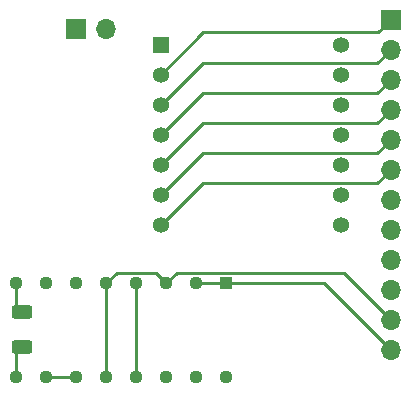
<source format=gbl>
G04 #@! TF.GenerationSoftware,KiCad,Pcbnew,6.0.2+dfsg-1*
G04 #@! TF.CreationDate,2023-08-17T23:32:23+01:00*
G04 #@! TF.ProjectId,TriboeletricSampler,54726962-6f65-46c6-9574-72696353616d,rev?*
G04 #@! TF.SameCoordinates,Original*
G04 #@! TF.FileFunction,Copper,L2,Bot*
G04 #@! TF.FilePolarity,Positive*
%FSLAX46Y46*%
G04 Gerber Fmt 4.6, Leading zero omitted, Abs format (unit mm)*
G04 Created by KiCad (PCBNEW 6.0.2+dfsg-1) date 2023-08-17 23:32:23*
%MOMM*%
%LPD*%
G01*
G04 APERTURE LIST*
G04 Aperture macros list*
%AMRoundRect*
0 Rectangle with rounded corners*
0 $1 Rounding radius*
0 $2 $3 $4 $5 $6 $7 $8 $9 X,Y pos of 4 corners*
0 Add a 4 corners polygon primitive as box body*
4,1,4,$2,$3,$4,$5,$6,$7,$8,$9,$2,$3,0*
0 Add four circle primitives for the rounded corners*
1,1,$1+$1,$2,$3*
1,1,$1+$1,$4,$5*
1,1,$1+$1,$6,$7*
1,1,$1+$1,$8,$9*
0 Add four rect primitives between the rounded corners*
20,1,$1+$1,$2,$3,$4,$5,0*
20,1,$1+$1,$4,$5,$6,$7,0*
20,1,$1+$1,$6,$7,$8,$9,0*
20,1,$1+$1,$8,$9,$2,$3,0*%
G04 Aperture macros list end*
G04 #@! TA.AperFunction,ComponentPad*
%ADD10R,1.130000X1.130000*%
G04 #@! TD*
G04 #@! TA.AperFunction,ComponentPad*
%ADD11C,1.130000*%
G04 #@! TD*
G04 #@! TA.AperFunction,ComponentPad*
%ADD12R,1.700000X1.700000*%
G04 #@! TD*
G04 #@! TA.AperFunction,ComponentPad*
%ADD13O,1.700000X1.700000*%
G04 #@! TD*
G04 #@! TA.AperFunction,ComponentPad*
%ADD14R,1.358000X1.358000*%
G04 #@! TD*
G04 #@! TA.AperFunction,ComponentPad*
%ADD15C,1.358000*%
G04 #@! TD*
G04 #@! TA.AperFunction,SMDPad,CuDef*
%ADD16RoundRect,0.250000X-0.625000X0.312500X-0.625000X-0.312500X0.625000X-0.312500X0.625000X0.312500X0*%
G04 #@! TD*
G04 #@! TA.AperFunction,Conductor*
%ADD17C,0.250000*%
G04 #@! TD*
G04 APERTURE END LIST*
D10*
X188638522Y-85039609D03*
D11*
X186098522Y-85039609D03*
X183558522Y-85039609D03*
X181018522Y-85039609D03*
X178478522Y-85039609D03*
X175938522Y-85039609D03*
X173398522Y-85039609D03*
X170858522Y-85039609D03*
X170858522Y-92979609D03*
X173398522Y-92979609D03*
X175938522Y-92979609D03*
X178478522Y-92979609D03*
X181018522Y-92979609D03*
X183558522Y-92979609D03*
X186098522Y-92979609D03*
X188638522Y-92979609D03*
D12*
X202560755Y-62723445D03*
D13*
X202560755Y-65263445D03*
X202560755Y-67803445D03*
X202560755Y-70343445D03*
X202560755Y-72883445D03*
X202560755Y-75423445D03*
X202560755Y-77963445D03*
X202560755Y-80503445D03*
X202560755Y-83043445D03*
X202560755Y-85583445D03*
X202560755Y-88123445D03*
X202560755Y-90663445D03*
D12*
X175860755Y-63500000D03*
D13*
X178400755Y-63500000D03*
D14*
X183071062Y-64866330D03*
D15*
X183071062Y-67406330D03*
X183071062Y-69946330D03*
X183071062Y-72486330D03*
X183071062Y-75026330D03*
X183071062Y-77566330D03*
X183071062Y-80106330D03*
X198311062Y-80106330D03*
X198311062Y-77566330D03*
X198311062Y-75026330D03*
X198311062Y-72486330D03*
X198311062Y-69946330D03*
X198311062Y-67406330D03*
X198311062Y-64866330D03*
D16*
X171337108Y-87504503D03*
X171337108Y-90429503D03*
D17*
X178478522Y-85039609D02*
X178478522Y-92979609D01*
X182669011Y-84150098D02*
X179368033Y-84150098D01*
X183558522Y-85039609D02*
X182669011Y-84150098D01*
X184448033Y-84150098D02*
X198587408Y-84150098D01*
X198587408Y-84150098D02*
X202560755Y-88123445D01*
X179368033Y-84150098D02*
X178478522Y-85039609D01*
X183558522Y-85039609D02*
X184448033Y-84150098D01*
X201478263Y-63805937D02*
X202560755Y-62723445D01*
X186671455Y-63805937D02*
X201478263Y-63805937D01*
X183071062Y-67406330D02*
X186671455Y-63805937D01*
X186614573Y-66402819D02*
X201421381Y-66402819D01*
X183071062Y-69946330D02*
X186614573Y-66402819D01*
X201421381Y-66402819D02*
X202560755Y-65263445D01*
X201421381Y-68942819D02*
X202560755Y-67803445D01*
X183071062Y-72486330D02*
X186614573Y-68942819D01*
X186614573Y-68942819D02*
X201421381Y-68942819D01*
X183071062Y-75026330D02*
X186614573Y-71482819D01*
X186614573Y-71482819D02*
X201421381Y-71482819D01*
X201421381Y-71482819D02*
X202560755Y-70343445D01*
X201421381Y-74022819D02*
X202560755Y-72883445D01*
X183071062Y-77566330D02*
X186614573Y-74022819D01*
X186614573Y-74022819D02*
X201421381Y-74022819D01*
X186614573Y-76562819D02*
X201421381Y-76562819D01*
X201421381Y-76562819D02*
X202560755Y-75423445D01*
X183071062Y-80106330D02*
X186614573Y-76562819D01*
X181018522Y-85039609D02*
X181018522Y-92979609D01*
X188638522Y-85039609D02*
X186098522Y-85039609D01*
X188638522Y-85039609D02*
X196936919Y-85039609D01*
X196936919Y-85039609D02*
X202560755Y-90663445D01*
X175938522Y-92979609D02*
X173398522Y-92979609D01*
X170858522Y-87025917D02*
X170858522Y-85039609D01*
X171337108Y-87504503D02*
X170858522Y-87025917D01*
X170858522Y-90908089D02*
X170858522Y-92979609D01*
X171337108Y-90429503D02*
X170858522Y-90908089D01*
M02*

</source>
